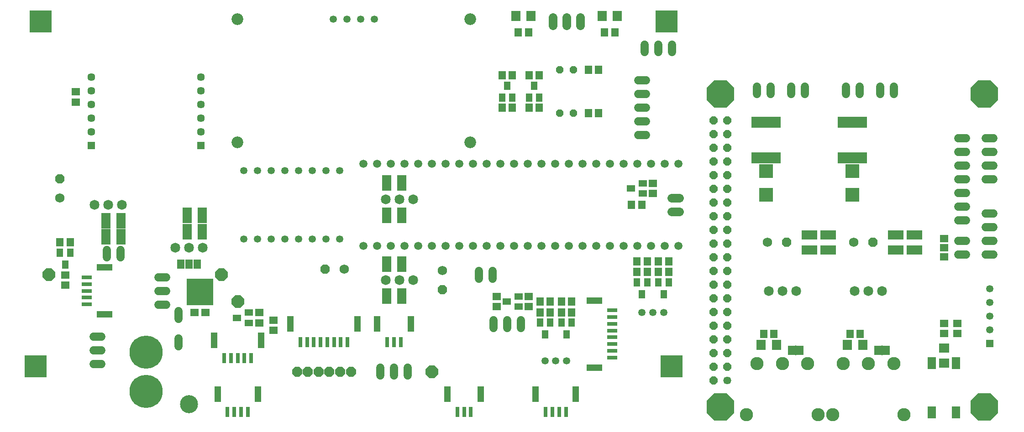
<source format=gbr>
G04 EAGLE Gerber RS-274X export*
G75*
%MOMM*%
%FSLAX34Y34*%
%LPD*%
%INSoldermask Top*%
%IPPOS*%
%AMOC8*
5,1,8,0,0,1.08239X$1,22.5*%
G01*
%ADD10C,3.350000*%
%ADD11C,1.515200*%
%ADD12C,1.650000*%
%ADD13R,1.450000X1.450000*%
%ADD14C,1.450000*%
%ADD15R,0.750000X1.850000*%
%ADD16R,1.150000X2.950000*%
%ADD17C,1.550000*%
%ADD18P,1.976877X8X202.500000*%
%ADD19C,1.350000*%
%ADD20R,1.750000X1.953000*%
%ADD21R,1.450000X1.650000*%
%ADD22C,1.566000*%
%ADD23R,1.850000X0.750000*%
%ADD24R,2.950000X1.150000*%
%ADD25C,2.182000*%
%ADD26C,6.150000*%
%ADD27R,4.950000X4.870000*%
%ADD28R,1.550000X1.420000*%
%ADD29C,1.826400*%
%ADD30R,1.650000X1.450000*%
%ADD31R,1.318400X1.750200*%
%ADD32P,1.894399X8X112.500000*%
%ADD33C,1.750200*%
%ADD34R,1.550000X1.150000*%
%ADD35R,1.150000X1.550000*%
%ADD36P,1.894399X8X202.500000*%
%ADD37P,1.894399X8X292.500000*%
%ADD38R,1.750000X2.850000*%
%ADD39P,1.475081X8X202.500000*%
%ADD40P,2.499239X8X22.500000*%
%ADD41R,1.550000X2.250000*%
%ADD42R,1.953000X1.750000*%
%ADD43C,1.464400*%
%ADD44P,1.585052X8X112.500000*%
%ADD45R,1.350000X1.350000*%
%ADD46P,1.894399X8X22.500000*%
%ADD47R,2.850000X1.750000*%
%ADD48R,5.450000X2.150000*%
%ADD49C,2.450000*%
%ADD50R,2.550000X2.550000*%
%ADD51R,0.152400X1.828800*%
%ADD52R,4.110000X4.110000*%
%ADD53P,5.574308X8X22.500000*%


D10*
X310000Y40000D03*
D11*
X1217100Y486200D03*
X1191700Y486200D03*
X1166300Y486200D03*
X1140900Y486200D03*
X1115500Y486200D03*
X1090100Y486200D03*
X1064700Y486200D03*
X1039300Y486200D03*
X1013900Y486200D03*
X988500Y486200D03*
X963100Y486200D03*
X937700Y486200D03*
X912300Y486200D03*
X886900Y486200D03*
X836100Y486200D03*
X810700Y486200D03*
X785300Y486200D03*
X759900Y486200D03*
X886900Y333800D03*
X912300Y333800D03*
X937700Y333800D03*
X963100Y333800D03*
X988500Y333800D03*
X1013900Y333800D03*
X1039300Y333800D03*
X1064700Y333800D03*
X1090100Y333800D03*
X1115500Y333800D03*
X1140900Y333800D03*
X1166300Y333800D03*
X1191700Y333800D03*
X1217100Y333800D03*
X861500Y486200D03*
X759900Y333800D03*
X785300Y333800D03*
X810700Y333800D03*
X836100Y333800D03*
X861500Y333800D03*
X734500Y486200D03*
X709100Y486200D03*
X683700Y486200D03*
X658300Y486200D03*
X632900Y486200D03*
X632900Y333800D03*
X734500Y333800D03*
X709100Y333800D03*
X683700Y333800D03*
X658300Y333800D03*
D12*
X1204400Y422700D02*
X1219400Y422700D01*
X1219400Y397300D02*
X1204400Y397300D01*
D13*
X331600Y520000D03*
D14*
X331600Y545400D03*
D13*
X128400Y520000D03*
D14*
X331600Y647000D03*
X128400Y647000D03*
X331600Y570800D03*
X128400Y596200D03*
X128400Y621600D03*
X331600Y596200D03*
X331600Y621600D03*
X128400Y545400D03*
X128400Y570800D03*
D15*
X418750Y25000D03*
X406250Y25000D03*
D16*
X362750Y58500D03*
X437250Y58500D03*
D15*
X393750Y25000D03*
X381250Y25000D03*
X1008750Y25000D03*
X996250Y25000D03*
D16*
X952750Y58500D03*
X1027250Y58500D03*
D15*
X983750Y25000D03*
X971250Y25000D03*
X832500Y25000D03*
X820000Y25000D03*
D16*
X789000Y58500D03*
X851000Y58500D03*
D15*
X807500Y25000D03*
D17*
X690000Y93000D02*
X690000Y107000D01*
X664600Y107000D02*
X664600Y93000D01*
X715400Y93000D02*
X715400Y107000D01*
X147000Y140000D02*
X133000Y140000D01*
X133000Y114600D02*
X147000Y114600D01*
X147000Y165400D02*
X133000Y165400D01*
D18*
X590000Y100000D03*
X570000Y100000D03*
X550000Y100000D03*
X530000Y100000D03*
X610000Y100000D03*
X510000Y100000D03*
D19*
X588900Y473500D03*
X563500Y473500D03*
X538100Y473500D03*
X512700Y473500D03*
X487300Y473500D03*
X461900Y473500D03*
X436500Y473500D03*
X411100Y473500D03*
X588900Y346500D03*
X563500Y346500D03*
X538100Y346500D03*
X512700Y346500D03*
X487300Y346500D03*
X461900Y346500D03*
X436500Y346500D03*
X411100Y346500D03*
D12*
X1035400Y742500D02*
X1035400Y757500D01*
X1010000Y757500D02*
X1010000Y742500D01*
X984600Y742500D02*
X984600Y757500D01*
D20*
X915780Y760000D03*
X944220Y760000D03*
X1104220Y760000D03*
X1075780Y760000D03*
D21*
X920500Y730000D03*
X939500Y730000D03*
X1080500Y730000D03*
X1099500Y730000D03*
D22*
X925400Y195180D02*
X925400Y181020D01*
X900000Y181020D02*
X900000Y195180D01*
X874600Y195180D02*
X874600Y181020D01*
D23*
X1095000Y213750D03*
X1095000Y201250D03*
D24*
X1061500Y107750D03*
X1061500Y232250D03*
D23*
X1095000Y188750D03*
X1095000Y176250D03*
X1095000Y163750D03*
X1095000Y151250D03*
X1095000Y138750D03*
X1095000Y126250D03*
D15*
X425000Y125000D03*
X412500Y125000D03*
D16*
X356500Y158500D03*
X443500Y158500D03*
D15*
X400000Y125000D03*
X387500Y125000D03*
X375000Y125000D03*
D23*
X120000Y225000D03*
X120000Y237500D03*
D24*
X153500Y293500D03*
X153500Y206500D03*
D23*
X120000Y250000D03*
X120000Y262500D03*
X120000Y275000D03*
D19*
X990000Y120000D03*
X1010000Y120000D03*
X970000Y120000D03*
D15*
X702500Y155000D03*
X690000Y155000D03*
D16*
X659000Y188500D03*
X721000Y188500D03*
D15*
X677500Y155000D03*
D25*
X399100Y754300D03*
X830900Y754300D03*
X399100Y525700D03*
X830900Y525700D03*
D19*
X576900Y754300D03*
X602300Y754300D03*
X627700Y754300D03*
X653100Y754300D03*
D26*
X230000Y136250D03*
X230000Y63750D03*
D15*
X603750Y155000D03*
X591250Y155000D03*
D16*
X497750Y188500D03*
X622250Y188500D03*
D15*
X578750Y155000D03*
X566250Y155000D03*
X553750Y155000D03*
X541250Y155000D03*
X528750Y155000D03*
X516250Y155000D03*
D27*
X330000Y248100D03*
D28*
X319600Y210000D03*
X340400Y210000D03*
D17*
X290000Y212400D02*
X290000Y198400D01*
X290000Y161600D02*
X290000Y147600D01*
D29*
X674600Y270000D03*
X700000Y270000D03*
X725400Y270000D03*
X674600Y420000D03*
X700000Y420000D03*
X725400Y420000D03*
X185400Y410000D03*
X160000Y410000D03*
X134600Y410000D03*
X335400Y330000D03*
X310000Y330000D03*
X284600Y330000D03*
D30*
X100000Y619500D03*
X100000Y600500D03*
D31*
X325240Y300000D03*
X310000Y300000D03*
X294760Y300000D03*
D32*
X70000Y457780D03*
D33*
X70000Y422220D03*
D34*
X1129000Y440000D03*
X1151000Y449500D03*
X1151000Y430500D03*
D30*
X1170000Y430500D03*
X1170000Y449500D03*
D21*
X1149500Y410000D03*
X1130500Y410000D03*
D35*
X80000Y299000D03*
X70500Y321000D03*
X89500Y321000D03*
D21*
X89500Y340000D03*
X70500Y340000D03*
D30*
X80000Y260500D03*
X80000Y279500D03*
D34*
X399000Y200000D03*
X421000Y209500D03*
X421000Y190500D03*
D30*
X440000Y190500D03*
X440000Y209500D03*
X466000Y176500D03*
X466000Y195500D03*
D35*
X900000Y631000D03*
X909500Y609000D03*
X890500Y609000D03*
D21*
X890500Y590000D03*
X909500Y590000D03*
X909500Y650000D03*
X890500Y650000D03*
D35*
X950000Y631000D03*
X959500Y609000D03*
X940500Y609000D03*
D21*
X940500Y590000D03*
X959500Y590000D03*
X940500Y650000D03*
X959500Y650000D03*
D36*
X562220Y290000D03*
D33*
X597780Y290000D03*
D35*
X1010000Y169000D03*
X1000500Y191000D03*
X1019500Y191000D03*
D37*
X780000Y252220D03*
D33*
X780000Y287780D03*
D21*
X1019500Y210000D03*
X1000500Y210000D03*
X1000500Y230000D03*
X1019500Y230000D03*
D35*
X970000Y169000D03*
X960500Y191000D03*
X979500Y191000D03*
D21*
X979500Y210000D03*
X960500Y210000D03*
X960500Y230000D03*
X979500Y230000D03*
D38*
X676000Y240000D03*
X704000Y240000D03*
X676000Y300000D03*
X704000Y300000D03*
X676000Y390000D03*
X704000Y390000D03*
X676000Y450000D03*
X704000Y450000D03*
X184000Y380000D03*
X156000Y380000D03*
X184000Y350000D03*
X156000Y350000D03*
X334000Y360000D03*
X306000Y360000D03*
X334000Y390000D03*
X306000Y390000D03*
D39*
X1022700Y660000D03*
X997300Y660000D03*
X1022700Y580000D03*
X997300Y580000D03*
D21*
X1069500Y660000D03*
X1050500Y660000D03*
X1069500Y580000D03*
X1050500Y580000D03*
D34*
X899000Y230000D03*
X921000Y239500D03*
X921000Y220500D03*
D30*
X940000Y220500D03*
X940000Y239500D03*
X880000Y239500D03*
X880000Y220500D03*
D22*
X1205400Y692920D02*
X1205400Y707080D01*
X1180000Y707080D02*
X1180000Y692920D01*
X1154600Y692920D02*
X1154600Y707080D01*
X1157080Y640800D02*
X1142920Y640800D01*
X1142920Y615400D02*
X1157080Y615400D01*
X1157080Y590000D02*
X1142920Y590000D01*
X1142920Y564600D02*
X1157080Y564600D01*
X1157080Y539200D02*
X1142920Y539200D01*
X157300Y326080D02*
X157300Y311920D01*
X182700Y311920D02*
X182700Y326080D01*
X847300Y287080D02*
X847300Y272920D01*
X872700Y272920D02*
X872700Y287080D01*
X267080Y275400D02*
X252920Y275400D01*
X252920Y250000D02*
X267080Y250000D01*
X267080Y224600D02*
X252920Y224600D01*
D40*
X400000Y230000D03*
X50000Y280000D03*
X760000Y100000D03*
D35*
X1190000Y244000D03*
X1180500Y266000D03*
X1199500Y266000D03*
D21*
X1199500Y285000D03*
X1180500Y285000D03*
X1180500Y305000D03*
X1199500Y305000D03*
D19*
X1170000Y210000D03*
X1190000Y210000D03*
X1150000Y210000D03*
D35*
X1150000Y244000D03*
X1140500Y266000D03*
X1159500Y266000D03*
D21*
X1159500Y285000D03*
X1140500Y285000D03*
X1140500Y305000D03*
X1159500Y305000D03*
D40*
X370000Y280000D03*
D41*
X1732500Y24500D03*
X1687500Y24500D03*
X1732500Y115500D03*
X1687500Y115500D03*
D30*
X1735000Y189500D03*
X1735000Y170500D03*
X1710000Y189500D03*
X1710000Y170500D03*
D42*
X1710000Y144220D03*
X1710000Y115780D03*
D43*
X1307700Y83700D03*
D44*
X1282300Y83700D03*
X1307700Y109100D03*
X1282300Y109100D03*
X1307700Y134500D03*
X1282300Y134500D03*
X1307700Y159900D03*
X1282300Y159900D03*
X1307700Y185300D03*
X1282300Y185300D03*
X1307700Y210700D03*
X1282300Y210700D03*
X1307700Y236100D03*
X1282300Y236100D03*
X1307700Y261500D03*
X1282300Y261500D03*
X1307700Y286900D03*
X1282300Y286900D03*
X1307700Y312300D03*
X1282300Y312300D03*
X1307700Y337700D03*
X1282300Y337700D03*
X1307700Y363100D03*
X1282300Y363100D03*
X1307700Y388500D03*
X1282300Y388500D03*
X1307700Y413900D03*
X1282300Y413900D03*
X1307700Y439300D03*
X1282300Y439300D03*
X1307700Y464700D03*
X1282300Y464700D03*
X1307700Y490100D03*
X1282300Y490100D03*
X1307700Y515500D03*
X1282300Y515500D03*
X1307700Y540900D03*
X1282300Y540900D03*
X1307700Y566300D03*
X1282300Y566300D03*
D22*
X1787520Y317500D02*
X1801680Y317500D01*
X1801680Y342900D02*
X1787520Y342900D01*
X1787520Y368300D02*
X1801680Y368300D01*
X1801680Y393700D02*
X1787520Y393700D01*
X1787520Y457200D02*
X1801680Y457200D01*
X1801680Y482600D02*
X1787520Y482600D01*
X1787520Y508000D02*
X1801680Y508000D01*
X1801680Y533400D02*
X1787520Y533400D01*
D45*
X1794600Y152400D03*
D19*
X1794600Y177800D03*
X1794600Y203200D03*
X1794600Y228600D03*
X1794600Y254000D03*
D22*
X1750880Y381000D02*
X1736720Y381000D01*
X1736720Y406400D02*
X1750880Y406400D01*
X1750880Y431800D02*
X1736720Y431800D01*
X1736720Y457200D02*
X1750880Y457200D01*
X1750880Y482600D02*
X1736720Y482600D01*
X1736720Y508000D02*
X1750880Y508000D01*
X1750880Y533400D02*
X1736720Y533400D01*
X1736720Y317500D02*
X1750880Y317500D01*
X1750880Y342900D02*
X1736720Y342900D01*
D30*
X1710000Y313000D03*
X1710000Y330000D03*
X1710000Y347000D03*
D22*
X1553300Y615220D02*
X1553300Y629380D01*
X1527900Y629380D02*
X1527900Y615220D01*
X1388200Y615220D02*
X1388200Y629380D01*
X1362800Y629380D02*
X1362800Y615220D01*
D29*
X1595400Y250000D03*
X1570000Y250000D03*
X1544600Y250000D03*
X1435400Y250000D03*
X1410000Y250000D03*
X1384600Y250000D03*
D46*
X1577780Y340000D03*
D33*
X1542220Y340000D03*
D46*
X1417780Y340000D03*
D33*
X1382220Y340000D03*
D47*
X1655000Y326000D03*
X1655000Y354000D03*
X1460000Y326000D03*
X1460000Y354000D03*
X1620000Y326000D03*
X1620000Y354000D03*
X1495000Y326000D03*
X1495000Y354000D03*
D20*
X1559220Y150000D03*
X1530780Y150000D03*
X1399220Y150000D03*
X1370780Y150000D03*
D21*
X1554500Y170000D03*
X1535500Y170000D03*
X1394500Y170000D03*
X1375500Y170000D03*
D48*
X1540000Y497000D03*
X1540000Y563000D03*
X1380000Y497000D03*
X1380000Y563000D03*
D49*
X1617000Y115300D03*
X1570000Y115300D03*
X1523000Y115300D03*
X1636050Y20000D03*
X1503950Y20000D03*
X1457000Y115300D03*
X1410000Y115300D03*
X1363000Y115300D03*
X1476050Y20000D03*
X1343950Y20000D03*
D50*
X1540000Y428000D03*
X1540000Y472000D03*
X1380000Y428000D03*
X1380000Y472000D03*
D31*
X1587380Y140000D03*
X1602620Y140000D03*
D51*
X1595000Y140000D03*
D31*
X1427380Y140000D03*
X1442620Y140000D03*
D51*
X1435000Y140000D03*
D22*
X1616800Y615220D02*
X1616800Y629380D01*
X1591400Y629380D02*
X1591400Y615220D01*
X1451700Y615220D02*
X1451700Y629380D01*
X1426300Y629380D02*
X1426300Y615220D01*
D52*
X35000Y750000D03*
X1195000Y750000D03*
X25000Y110000D03*
X1205000Y110000D03*
D53*
X1295000Y35000D03*
X1295000Y615000D03*
X1785000Y615000D03*
X1785000Y35000D03*
M02*

</source>
